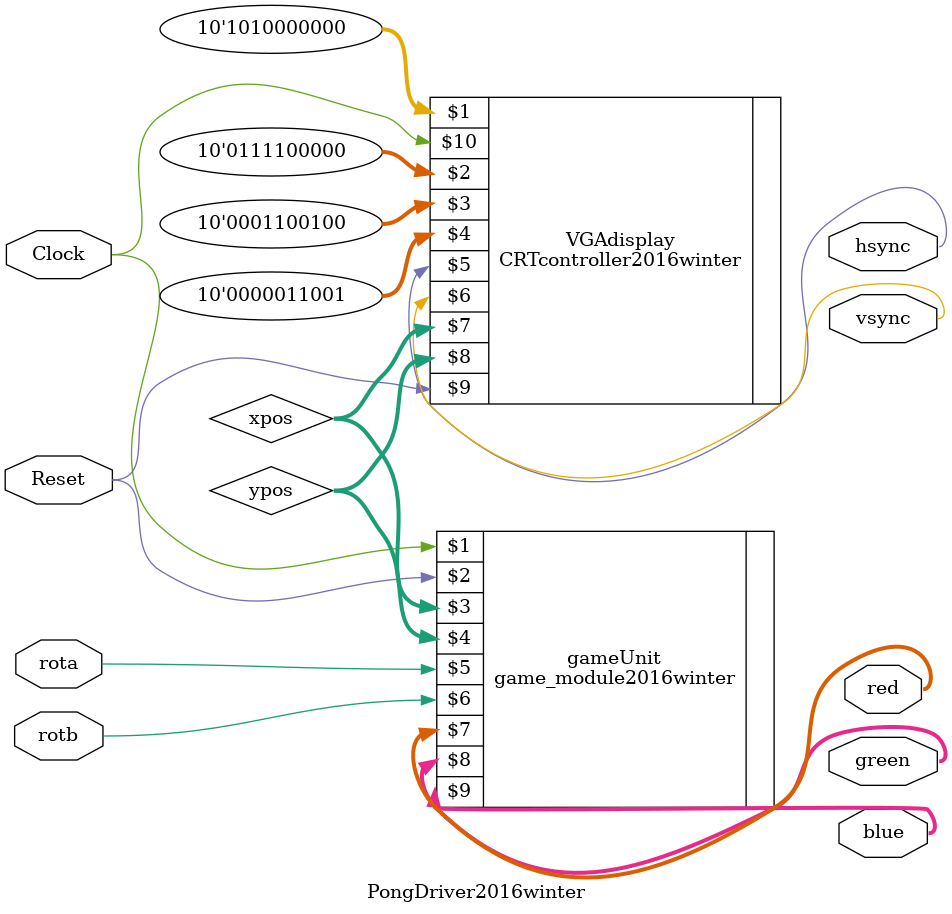
<source format=v>
`timescale 1ns / 1ps

module PongDriver2016winter(
   input Clock, Reset, rota, rotb,
    output [2:0] red,
    output [2:0] green,
    output [1:0] blue,
    output hsync, vsync
    );

wire [9:0] xpos;
wire [9:0] ypos;

parameter [9:0] NumberofPixels=10'd640, NumberofLines=10'd480;
parameter [9:0] SystemClock=10'd100, CRTClock=10'd25; //MHz 

//module CRTcontroller2016spring(Xresolution, Yresolution, SystemClock, 
// hsync, vsync, xposition, yposition, reset, clock);
CRTcontroller2016winter VGAdisplay(NumberofPixels, NumberofLines, SystemClock, CRTClock, 
     hsync, vsync, xpos, ypos, Reset, Clock);
	  
/* module game_module2016spring(input clk25, input Reset,
				input [9:0] xpos,
				input [9:0] ypos,
				input rota,
				input rotb,
				output [2:0] red,
				output [2:0] green,
				output [1:0] blue);
*/
game_module2016winter gameUnit(Clock, Reset, xpos, ypos, rota, rotb, red, green, blue);
					
endmodule

</source>
